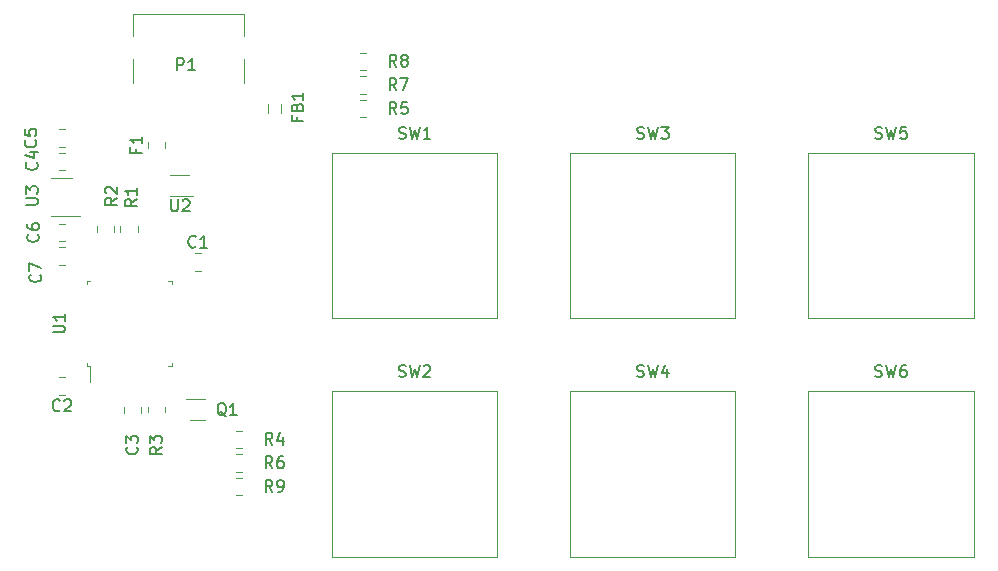
<source format=gbr>
%TF.GenerationSoftware,KiCad,Pcbnew,5.1.10*%
%TF.CreationDate,2021-10-11T19:57:22-04:00*%
%TF.ProjectId,6_key_macro,365f6b65-795f-46d6-9163-726f2e6b6963,rev?*%
%TF.SameCoordinates,Original*%
%TF.FileFunction,Legend,Top*%
%TF.FilePolarity,Positive*%
%FSLAX46Y46*%
G04 Gerber Fmt 4.6, Leading zero omitted, Abs format (unit mm)*
G04 Created by KiCad (PCBNEW 5.1.10) date 2021-10-11 19:57:22*
%MOMM*%
%LPD*%
G01*
G04 APERTURE LIST*
%ADD10C,0.120000*%
%ADD11C,0.150000*%
G04 APERTURE END LIST*
D10*
%TO.C,SW4*%
X102535000Y-145445000D02*
X102535000Y-159445000D01*
X102535000Y-145445000D02*
X116535000Y-145445000D01*
X116535000Y-145445000D02*
X116535000Y-159445000D01*
X116535000Y-159445000D02*
X102535000Y-159445000D01*
%TO.C,U3*%
X58600000Y-130610000D02*
X61050000Y-130610000D01*
X60400000Y-127390000D02*
X58600000Y-127390000D01*
%TO.C,R9*%
X74727064Y-152765000D02*
X74272936Y-152765000D01*
X74727064Y-154235000D02*
X74272936Y-154235000D01*
%TO.C,R8*%
X85227064Y-116765000D02*
X84772936Y-116765000D01*
X85227064Y-118235000D02*
X84772936Y-118235000D01*
%TO.C,R7*%
X85227064Y-118765000D02*
X84772936Y-118765000D01*
X85227064Y-120235000D02*
X84772936Y-120235000D01*
%TO.C,R6*%
X74727064Y-150765000D02*
X74272936Y-150765000D01*
X74727064Y-152235000D02*
X74272936Y-152235000D01*
%TO.C,R5*%
X85227064Y-120765000D02*
X84772936Y-120765000D01*
X85227064Y-122235000D02*
X84772936Y-122235000D01*
%TO.C,R4*%
X74727064Y-148765000D02*
X74272936Y-148765000D01*
X74727064Y-150235000D02*
X74272936Y-150235000D01*
%TO.C,R3*%
X68235000Y-147227064D02*
X68235000Y-146772936D01*
X66765000Y-147227064D02*
X66765000Y-146772936D01*
%TO.C,Q1*%
X70000000Y-146100000D02*
X71650000Y-146100000D01*
X71650000Y-147900000D02*
X70350000Y-147900000D01*
%TO.C,C7*%
X59238748Y-134735000D02*
X59761252Y-134735000D01*
X59238748Y-133265000D02*
X59761252Y-133265000D01*
%TO.C,C6*%
X59238748Y-132735000D02*
X59761252Y-132735000D01*
X59238748Y-131265000D02*
X59761252Y-131265000D01*
%TO.C,C5*%
X59761252Y-123265000D02*
X59238748Y-123265000D01*
X59761252Y-124735000D02*
X59238748Y-124735000D01*
%TO.C,C4*%
X59761252Y-125265000D02*
X59238748Y-125265000D01*
X59761252Y-126735000D02*
X59238748Y-126735000D01*
%TO.C,SW3*%
X102535000Y-125275000D02*
X102535000Y-139275000D01*
X102535000Y-125275000D02*
X116535000Y-125275000D01*
X116535000Y-125275000D02*
X116535000Y-139275000D01*
X116535000Y-139275000D02*
X102535000Y-139275000D01*
%TO.C,SW5*%
X122705000Y-125275000D02*
X122705000Y-139275000D01*
X122705000Y-125275000D02*
X136705000Y-125275000D01*
X136705000Y-125275000D02*
X136705000Y-139275000D01*
X136705000Y-139275000D02*
X122705000Y-139275000D01*
%TO.C,SW6*%
X122705000Y-145445000D02*
X122705000Y-159445000D01*
X122705000Y-145445000D02*
X136705000Y-145445000D01*
X136705000Y-145445000D02*
X136705000Y-159445000D01*
X136705000Y-159445000D02*
X122705000Y-159445000D01*
%TO.C,SW2*%
X82365000Y-145445000D02*
X82365000Y-159445000D01*
X82365000Y-145445000D02*
X96365000Y-145445000D01*
X96365000Y-145445000D02*
X96365000Y-159445000D01*
X96365000Y-159445000D02*
X82365000Y-159445000D01*
%TO.C,SW1*%
X82365000Y-125275000D02*
X82365000Y-139275000D01*
X82365000Y-125275000D02*
X96365000Y-125275000D01*
X96365000Y-125275000D02*
X96365000Y-139275000D01*
X96365000Y-139275000D02*
X82365000Y-139275000D01*
%TO.C,U1*%
X61890000Y-143310000D02*
X61890000Y-144625000D01*
X61590000Y-143310000D02*
X61890000Y-143310000D01*
X61590000Y-143010000D02*
X61590000Y-143310000D01*
X61590000Y-136090000D02*
X61890000Y-136090000D01*
X61590000Y-136390000D02*
X61590000Y-136090000D01*
X68810000Y-143310000D02*
X68510000Y-143310000D01*
X68810000Y-143010000D02*
X68810000Y-143310000D01*
X68810000Y-136090000D02*
X68510000Y-136090000D01*
X68810000Y-136390000D02*
X68810000Y-136090000D01*
%TO.C,R1*%
X64465000Y-131472936D02*
X64465000Y-131927064D01*
X65935000Y-131472936D02*
X65935000Y-131927064D01*
%TO.C,R2*%
X62465000Y-131472936D02*
X62465000Y-131927064D01*
X63935000Y-131472936D02*
X63935000Y-131927064D01*
%TO.C,C3*%
X64765000Y-146738748D02*
X64765000Y-147261252D01*
X66235000Y-146738748D02*
X66235000Y-147261252D01*
%TO.C,C2*%
X59761252Y-144265000D02*
X59238748Y-144265000D01*
X59761252Y-145735000D02*
X59238748Y-145735000D01*
%TO.C,C1*%
X70738748Y-135235000D02*
X71261252Y-135235000D01*
X70738748Y-133765000D02*
X71261252Y-133765000D01*
%TO.C,U2*%
X70300000Y-127100000D02*
X68700000Y-127100000D01*
X68700000Y-128900000D02*
X70600000Y-128900000D01*
%TO.C,FB1*%
X78060000Y-121910242D02*
X78060000Y-121089758D01*
X76940000Y-121910242D02*
X76940000Y-121089758D01*
%TO.C,F1*%
X68210000Y-124861252D02*
X68210000Y-124338748D01*
X66790000Y-124861252D02*
X66790000Y-124338748D01*
%TO.C,P1*%
X74900000Y-113500000D02*
X65500000Y-113500000D01*
X65500000Y-119300000D02*
X65500000Y-117300000D01*
X65500000Y-115400000D02*
X65500000Y-113500000D01*
X74900000Y-119300000D02*
X74900000Y-117300000D01*
X74900000Y-115400000D02*
X74900000Y-113500000D01*
%TO.C,SW4*%
D11*
X108201666Y-144187261D02*
X108344523Y-144234880D01*
X108582619Y-144234880D01*
X108677857Y-144187261D01*
X108725476Y-144139642D01*
X108773095Y-144044404D01*
X108773095Y-143949166D01*
X108725476Y-143853928D01*
X108677857Y-143806309D01*
X108582619Y-143758690D01*
X108392142Y-143711071D01*
X108296904Y-143663452D01*
X108249285Y-143615833D01*
X108201666Y-143520595D01*
X108201666Y-143425357D01*
X108249285Y-143330119D01*
X108296904Y-143282500D01*
X108392142Y-143234880D01*
X108630238Y-143234880D01*
X108773095Y-143282500D01*
X109106428Y-143234880D02*
X109344523Y-144234880D01*
X109535000Y-143520595D01*
X109725476Y-144234880D01*
X109963571Y-143234880D01*
X110773095Y-143568214D02*
X110773095Y-144234880D01*
X110535000Y-143187261D02*
X110296904Y-143901547D01*
X110915952Y-143901547D01*
%TO.C,U3*%
X56452380Y-129661904D02*
X57261904Y-129661904D01*
X57357142Y-129614285D01*
X57404761Y-129566666D01*
X57452380Y-129471428D01*
X57452380Y-129280952D01*
X57404761Y-129185714D01*
X57357142Y-129138095D01*
X57261904Y-129090476D01*
X56452380Y-129090476D01*
X56452380Y-128709523D02*
X56452380Y-128090476D01*
X56833333Y-128423809D01*
X56833333Y-128280952D01*
X56880952Y-128185714D01*
X56928571Y-128138095D01*
X57023809Y-128090476D01*
X57261904Y-128090476D01*
X57357142Y-128138095D01*
X57404761Y-128185714D01*
X57452380Y-128280952D01*
X57452380Y-128566666D01*
X57404761Y-128661904D01*
X57357142Y-128709523D01*
%TO.C,R9*%
X77333333Y-153952380D02*
X77000000Y-153476190D01*
X76761904Y-153952380D02*
X76761904Y-152952380D01*
X77142857Y-152952380D01*
X77238095Y-153000000D01*
X77285714Y-153047619D01*
X77333333Y-153142857D01*
X77333333Y-153285714D01*
X77285714Y-153380952D01*
X77238095Y-153428571D01*
X77142857Y-153476190D01*
X76761904Y-153476190D01*
X77809523Y-153952380D02*
X78000000Y-153952380D01*
X78095238Y-153904761D01*
X78142857Y-153857142D01*
X78238095Y-153714285D01*
X78285714Y-153523809D01*
X78285714Y-153142857D01*
X78238095Y-153047619D01*
X78190476Y-153000000D01*
X78095238Y-152952380D01*
X77904761Y-152952380D01*
X77809523Y-153000000D01*
X77761904Y-153047619D01*
X77714285Y-153142857D01*
X77714285Y-153380952D01*
X77761904Y-153476190D01*
X77809523Y-153523809D01*
X77904761Y-153571428D01*
X78095238Y-153571428D01*
X78190476Y-153523809D01*
X78238095Y-153476190D01*
X78285714Y-153380952D01*
%TO.C,R8*%
X87833333Y-117952380D02*
X87500000Y-117476190D01*
X87261904Y-117952380D02*
X87261904Y-116952380D01*
X87642857Y-116952380D01*
X87738095Y-117000000D01*
X87785714Y-117047619D01*
X87833333Y-117142857D01*
X87833333Y-117285714D01*
X87785714Y-117380952D01*
X87738095Y-117428571D01*
X87642857Y-117476190D01*
X87261904Y-117476190D01*
X88404761Y-117380952D02*
X88309523Y-117333333D01*
X88261904Y-117285714D01*
X88214285Y-117190476D01*
X88214285Y-117142857D01*
X88261904Y-117047619D01*
X88309523Y-117000000D01*
X88404761Y-116952380D01*
X88595238Y-116952380D01*
X88690476Y-117000000D01*
X88738095Y-117047619D01*
X88785714Y-117142857D01*
X88785714Y-117190476D01*
X88738095Y-117285714D01*
X88690476Y-117333333D01*
X88595238Y-117380952D01*
X88404761Y-117380952D01*
X88309523Y-117428571D01*
X88261904Y-117476190D01*
X88214285Y-117571428D01*
X88214285Y-117761904D01*
X88261904Y-117857142D01*
X88309523Y-117904761D01*
X88404761Y-117952380D01*
X88595238Y-117952380D01*
X88690476Y-117904761D01*
X88738095Y-117857142D01*
X88785714Y-117761904D01*
X88785714Y-117571428D01*
X88738095Y-117476190D01*
X88690476Y-117428571D01*
X88595238Y-117380952D01*
%TO.C,R7*%
X87833333Y-119952380D02*
X87500000Y-119476190D01*
X87261904Y-119952380D02*
X87261904Y-118952380D01*
X87642857Y-118952380D01*
X87738095Y-119000000D01*
X87785714Y-119047619D01*
X87833333Y-119142857D01*
X87833333Y-119285714D01*
X87785714Y-119380952D01*
X87738095Y-119428571D01*
X87642857Y-119476190D01*
X87261904Y-119476190D01*
X88166666Y-118952380D02*
X88833333Y-118952380D01*
X88404761Y-119952380D01*
%TO.C,R6*%
X77333333Y-151952380D02*
X77000000Y-151476190D01*
X76761904Y-151952380D02*
X76761904Y-150952380D01*
X77142857Y-150952380D01*
X77238095Y-151000000D01*
X77285714Y-151047619D01*
X77333333Y-151142857D01*
X77333333Y-151285714D01*
X77285714Y-151380952D01*
X77238095Y-151428571D01*
X77142857Y-151476190D01*
X76761904Y-151476190D01*
X78190476Y-150952380D02*
X78000000Y-150952380D01*
X77904761Y-151000000D01*
X77857142Y-151047619D01*
X77761904Y-151190476D01*
X77714285Y-151380952D01*
X77714285Y-151761904D01*
X77761904Y-151857142D01*
X77809523Y-151904761D01*
X77904761Y-151952380D01*
X78095238Y-151952380D01*
X78190476Y-151904761D01*
X78238095Y-151857142D01*
X78285714Y-151761904D01*
X78285714Y-151523809D01*
X78238095Y-151428571D01*
X78190476Y-151380952D01*
X78095238Y-151333333D01*
X77904761Y-151333333D01*
X77809523Y-151380952D01*
X77761904Y-151428571D01*
X77714285Y-151523809D01*
%TO.C,R5*%
X87833333Y-121952380D02*
X87500000Y-121476190D01*
X87261904Y-121952380D02*
X87261904Y-120952380D01*
X87642857Y-120952380D01*
X87738095Y-121000000D01*
X87785714Y-121047619D01*
X87833333Y-121142857D01*
X87833333Y-121285714D01*
X87785714Y-121380952D01*
X87738095Y-121428571D01*
X87642857Y-121476190D01*
X87261904Y-121476190D01*
X88738095Y-120952380D02*
X88261904Y-120952380D01*
X88214285Y-121428571D01*
X88261904Y-121380952D01*
X88357142Y-121333333D01*
X88595238Y-121333333D01*
X88690476Y-121380952D01*
X88738095Y-121428571D01*
X88785714Y-121523809D01*
X88785714Y-121761904D01*
X88738095Y-121857142D01*
X88690476Y-121904761D01*
X88595238Y-121952380D01*
X88357142Y-121952380D01*
X88261904Y-121904761D01*
X88214285Y-121857142D01*
%TO.C,R4*%
X77333333Y-149952380D02*
X77000000Y-149476190D01*
X76761904Y-149952380D02*
X76761904Y-148952380D01*
X77142857Y-148952380D01*
X77238095Y-149000000D01*
X77285714Y-149047619D01*
X77333333Y-149142857D01*
X77333333Y-149285714D01*
X77285714Y-149380952D01*
X77238095Y-149428571D01*
X77142857Y-149476190D01*
X76761904Y-149476190D01*
X78190476Y-149285714D02*
X78190476Y-149952380D01*
X77952380Y-148904761D02*
X77714285Y-149619047D01*
X78333333Y-149619047D01*
%TO.C,R3*%
X67952380Y-150166666D02*
X67476190Y-150500000D01*
X67952380Y-150738095D02*
X66952380Y-150738095D01*
X66952380Y-150357142D01*
X67000000Y-150261904D01*
X67047619Y-150214285D01*
X67142857Y-150166666D01*
X67285714Y-150166666D01*
X67380952Y-150214285D01*
X67428571Y-150261904D01*
X67476190Y-150357142D01*
X67476190Y-150738095D01*
X66952380Y-149833333D02*
X66952380Y-149214285D01*
X67333333Y-149547619D01*
X67333333Y-149404761D01*
X67380952Y-149309523D01*
X67428571Y-149261904D01*
X67523809Y-149214285D01*
X67761904Y-149214285D01*
X67857142Y-149261904D01*
X67904761Y-149309523D01*
X67952380Y-149404761D01*
X67952380Y-149690476D01*
X67904761Y-149785714D01*
X67857142Y-149833333D01*
%TO.C,Q1*%
X73404761Y-147547619D02*
X73309523Y-147500000D01*
X73214285Y-147404761D01*
X73071428Y-147261904D01*
X72976190Y-147214285D01*
X72880952Y-147214285D01*
X72928571Y-147452380D02*
X72833333Y-147404761D01*
X72738095Y-147309523D01*
X72690476Y-147119047D01*
X72690476Y-146785714D01*
X72738095Y-146595238D01*
X72833333Y-146500000D01*
X72928571Y-146452380D01*
X73119047Y-146452380D01*
X73214285Y-146500000D01*
X73309523Y-146595238D01*
X73357142Y-146785714D01*
X73357142Y-147119047D01*
X73309523Y-147309523D01*
X73214285Y-147404761D01*
X73119047Y-147452380D01*
X72928571Y-147452380D01*
X74309523Y-147452380D02*
X73738095Y-147452380D01*
X74023809Y-147452380D02*
X74023809Y-146452380D01*
X73928571Y-146595238D01*
X73833333Y-146690476D01*
X73738095Y-146738095D01*
%TO.C,C7*%
X57657142Y-135566666D02*
X57704761Y-135614285D01*
X57752380Y-135757142D01*
X57752380Y-135852380D01*
X57704761Y-135995238D01*
X57609523Y-136090476D01*
X57514285Y-136138095D01*
X57323809Y-136185714D01*
X57180952Y-136185714D01*
X56990476Y-136138095D01*
X56895238Y-136090476D01*
X56800000Y-135995238D01*
X56752380Y-135852380D01*
X56752380Y-135757142D01*
X56800000Y-135614285D01*
X56847619Y-135566666D01*
X56752380Y-135233333D02*
X56752380Y-134566666D01*
X57752380Y-134995238D01*
%TO.C,C6*%
X57457142Y-132166666D02*
X57504761Y-132214285D01*
X57552380Y-132357142D01*
X57552380Y-132452380D01*
X57504761Y-132595238D01*
X57409523Y-132690476D01*
X57314285Y-132738095D01*
X57123809Y-132785714D01*
X56980952Y-132785714D01*
X56790476Y-132738095D01*
X56695238Y-132690476D01*
X56600000Y-132595238D01*
X56552380Y-132452380D01*
X56552380Y-132357142D01*
X56600000Y-132214285D01*
X56647619Y-132166666D01*
X56552380Y-131309523D02*
X56552380Y-131500000D01*
X56600000Y-131595238D01*
X56647619Y-131642857D01*
X56790476Y-131738095D01*
X56980952Y-131785714D01*
X57361904Y-131785714D01*
X57457142Y-131738095D01*
X57504761Y-131690476D01*
X57552380Y-131595238D01*
X57552380Y-131404761D01*
X57504761Y-131309523D01*
X57457142Y-131261904D01*
X57361904Y-131214285D01*
X57123809Y-131214285D01*
X57028571Y-131261904D01*
X56980952Y-131309523D01*
X56933333Y-131404761D01*
X56933333Y-131595238D01*
X56980952Y-131690476D01*
X57028571Y-131738095D01*
X57123809Y-131785714D01*
%TO.C,C5*%
X57257142Y-124166666D02*
X57304761Y-124214285D01*
X57352380Y-124357142D01*
X57352380Y-124452380D01*
X57304761Y-124595238D01*
X57209523Y-124690476D01*
X57114285Y-124738095D01*
X56923809Y-124785714D01*
X56780952Y-124785714D01*
X56590476Y-124738095D01*
X56495238Y-124690476D01*
X56400000Y-124595238D01*
X56352380Y-124452380D01*
X56352380Y-124357142D01*
X56400000Y-124214285D01*
X56447619Y-124166666D01*
X56352380Y-123261904D02*
X56352380Y-123738095D01*
X56828571Y-123785714D01*
X56780952Y-123738095D01*
X56733333Y-123642857D01*
X56733333Y-123404761D01*
X56780952Y-123309523D01*
X56828571Y-123261904D01*
X56923809Y-123214285D01*
X57161904Y-123214285D01*
X57257142Y-123261904D01*
X57304761Y-123309523D01*
X57352380Y-123404761D01*
X57352380Y-123642857D01*
X57304761Y-123738095D01*
X57257142Y-123785714D01*
%TO.C,C4*%
X57357142Y-126066666D02*
X57404761Y-126114285D01*
X57452380Y-126257142D01*
X57452380Y-126352380D01*
X57404761Y-126495238D01*
X57309523Y-126590476D01*
X57214285Y-126638095D01*
X57023809Y-126685714D01*
X56880952Y-126685714D01*
X56690476Y-126638095D01*
X56595238Y-126590476D01*
X56500000Y-126495238D01*
X56452380Y-126352380D01*
X56452380Y-126257142D01*
X56500000Y-126114285D01*
X56547619Y-126066666D01*
X56785714Y-125209523D02*
X57452380Y-125209523D01*
X56404761Y-125447619D02*
X57119047Y-125685714D01*
X57119047Y-125066666D01*
%TO.C,SW3*%
X108201666Y-124017261D02*
X108344523Y-124064880D01*
X108582619Y-124064880D01*
X108677857Y-124017261D01*
X108725476Y-123969642D01*
X108773095Y-123874404D01*
X108773095Y-123779166D01*
X108725476Y-123683928D01*
X108677857Y-123636309D01*
X108582619Y-123588690D01*
X108392142Y-123541071D01*
X108296904Y-123493452D01*
X108249285Y-123445833D01*
X108201666Y-123350595D01*
X108201666Y-123255357D01*
X108249285Y-123160119D01*
X108296904Y-123112500D01*
X108392142Y-123064880D01*
X108630238Y-123064880D01*
X108773095Y-123112500D01*
X109106428Y-123064880D02*
X109344523Y-124064880D01*
X109535000Y-123350595D01*
X109725476Y-124064880D01*
X109963571Y-123064880D01*
X110249285Y-123064880D02*
X110868333Y-123064880D01*
X110535000Y-123445833D01*
X110677857Y-123445833D01*
X110773095Y-123493452D01*
X110820714Y-123541071D01*
X110868333Y-123636309D01*
X110868333Y-123874404D01*
X110820714Y-123969642D01*
X110773095Y-124017261D01*
X110677857Y-124064880D01*
X110392142Y-124064880D01*
X110296904Y-124017261D01*
X110249285Y-123969642D01*
%TO.C,SW5*%
X128371666Y-124017261D02*
X128514523Y-124064880D01*
X128752619Y-124064880D01*
X128847857Y-124017261D01*
X128895476Y-123969642D01*
X128943095Y-123874404D01*
X128943095Y-123779166D01*
X128895476Y-123683928D01*
X128847857Y-123636309D01*
X128752619Y-123588690D01*
X128562142Y-123541071D01*
X128466904Y-123493452D01*
X128419285Y-123445833D01*
X128371666Y-123350595D01*
X128371666Y-123255357D01*
X128419285Y-123160119D01*
X128466904Y-123112500D01*
X128562142Y-123064880D01*
X128800238Y-123064880D01*
X128943095Y-123112500D01*
X129276428Y-123064880D02*
X129514523Y-124064880D01*
X129705000Y-123350595D01*
X129895476Y-124064880D01*
X130133571Y-123064880D01*
X130990714Y-123064880D02*
X130514523Y-123064880D01*
X130466904Y-123541071D01*
X130514523Y-123493452D01*
X130609761Y-123445833D01*
X130847857Y-123445833D01*
X130943095Y-123493452D01*
X130990714Y-123541071D01*
X131038333Y-123636309D01*
X131038333Y-123874404D01*
X130990714Y-123969642D01*
X130943095Y-124017261D01*
X130847857Y-124064880D01*
X130609761Y-124064880D01*
X130514523Y-124017261D01*
X130466904Y-123969642D01*
%TO.C,SW6*%
X128371666Y-144187261D02*
X128514523Y-144234880D01*
X128752619Y-144234880D01*
X128847857Y-144187261D01*
X128895476Y-144139642D01*
X128943095Y-144044404D01*
X128943095Y-143949166D01*
X128895476Y-143853928D01*
X128847857Y-143806309D01*
X128752619Y-143758690D01*
X128562142Y-143711071D01*
X128466904Y-143663452D01*
X128419285Y-143615833D01*
X128371666Y-143520595D01*
X128371666Y-143425357D01*
X128419285Y-143330119D01*
X128466904Y-143282500D01*
X128562142Y-143234880D01*
X128800238Y-143234880D01*
X128943095Y-143282500D01*
X129276428Y-143234880D02*
X129514523Y-144234880D01*
X129705000Y-143520595D01*
X129895476Y-144234880D01*
X130133571Y-143234880D01*
X130943095Y-143234880D02*
X130752619Y-143234880D01*
X130657380Y-143282500D01*
X130609761Y-143330119D01*
X130514523Y-143472976D01*
X130466904Y-143663452D01*
X130466904Y-144044404D01*
X130514523Y-144139642D01*
X130562142Y-144187261D01*
X130657380Y-144234880D01*
X130847857Y-144234880D01*
X130943095Y-144187261D01*
X130990714Y-144139642D01*
X131038333Y-144044404D01*
X131038333Y-143806309D01*
X130990714Y-143711071D01*
X130943095Y-143663452D01*
X130847857Y-143615833D01*
X130657380Y-143615833D01*
X130562142Y-143663452D01*
X130514523Y-143711071D01*
X130466904Y-143806309D01*
%TO.C,SW2*%
X88031666Y-144187261D02*
X88174523Y-144234880D01*
X88412619Y-144234880D01*
X88507857Y-144187261D01*
X88555476Y-144139642D01*
X88603095Y-144044404D01*
X88603095Y-143949166D01*
X88555476Y-143853928D01*
X88507857Y-143806309D01*
X88412619Y-143758690D01*
X88222142Y-143711071D01*
X88126904Y-143663452D01*
X88079285Y-143615833D01*
X88031666Y-143520595D01*
X88031666Y-143425357D01*
X88079285Y-143330119D01*
X88126904Y-143282500D01*
X88222142Y-143234880D01*
X88460238Y-143234880D01*
X88603095Y-143282500D01*
X88936428Y-143234880D02*
X89174523Y-144234880D01*
X89365000Y-143520595D01*
X89555476Y-144234880D01*
X89793571Y-143234880D01*
X90126904Y-143330119D02*
X90174523Y-143282500D01*
X90269761Y-143234880D01*
X90507857Y-143234880D01*
X90603095Y-143282500D01*
X90650714Y-143330119D01*
X90698333Y-143425357D01*
X90698333Y-143520595D01*
X90650714Y-143663452D01*
X90079285Y-144234880D01*
X90698333Y-144234880D01*
%TO.C,SW1*%
X88031666Y-124017261D02*
X88174523Y-124064880D01*
X88412619Y-124064880D01*
X88507857Y-124017261D01*
X88555476Y-123969642D01*
X88603095Y-123874404D01*
X88603095Y-123779166D01*
X88555476Y-123683928D01*
X88507857Y-123636309D01*
X88412619Y-123588690D01*
X88222142Y-123541071D01*
X88126904Y-123493452D01*
X88079285Y-123445833D01*
X88031666Y-123350595D01*
X88031666Y-123255357D01*
X88079285Y-123160119D01*
X88126904Y-123112500D01*
X88222142Y-123064880D01*
X88460238Y-123064880D01*
X88603095Y-123112500D01*
X88936428Y-123064880D02*
X89174523Y-124064880D01*
X89365000Y-123350595D01*
X89555476Y-124064880D01*
X89793571Y-123064880D01*
X90698333Y-124064880D02*
X90126904Y-124064880D01*
X90412619Y-124064880D02*
X90412619Y-123064880D01*
X90317380Y-123207738D01*
X90222142Y-123302976D01*
X90126904Y-123350595D01*
%TO.C,U1*%
X58772380Y-140461904D02*
X59581904Y-140461904D01*
X59677142Y-140414285D01*
X59724761Y-140366666D01*
X59772380Y-140271428D01*
X59772380Y-140080952D01*
X59724761Y-139985714D01*
X59677142Y-139938095D01*
X59581904Y-139890476D01*
X58772380Y-139890476D01*
X59772380Y-138890476D02*
X59772380Y-139461904D01*
X59772380Y-139176190D02*
X58772380Y-139176190D01*
X58915238Y-139271428D01*
X59010476Y-139366666D01*
X59058095Y-139461904D01*
%TO.C,R1*%
X65852380Y-129166666D02*
X65376190Y-129500000D01*
X65852380Y-129738095D02*
X64852380Y-129738095D01*
X64852380Y-129357142D01*
X64900000Y-129261904D01*
X64947619Y-129214285D01*
X65042857Y-129166666D01*
X65185714Y-129166666D01*
X65280952Y-129214285D01*
X65328571Y-129261904D01*
X65376190Y-129357142D01*
X65376190Y-129738095D01*
X65852380Y-128214285D02*
X65852380Y-128785714D01*
X65852380Y-128500000D02*
X64852380Y-128500000D01*
X64995238Y-128595238D01*
X65090476Y-128690476D01*
X65138095Y-128785714D01*
%TO.C,R2*%
X64152380Y-129066666D02*
X63676190Y-129400000D01*
X64152380Y-129638095D02*
X63152380Y-129638095D01*
X63152380Y-129257142D01*
X63200000Y-129161904D01*
X63247619Y-129114285D01*
X63342857Y-129066666D01*
X63485714Y-129066666D01*
X63580952Y-129114285D01*
X63628571Y-129161904D01*
X63676190Y-129257142D01*
X63676190Y-129638095D01*
X63247619Y-128685714D02*
X63200000Y-128638095D01*
X63152380Y-128542857D01*
X63152380Y-128304761D01*
X63200000Y-128209523D01*
X63247619Y-128161904D01*
X63342857Y-128114285D01*
X63438095Y-128114285D01*
X63580952Y-128161904D01*
X64152380Y-128733333D01*
X64152380Y-128114285D01*
%TO.C,C3*%
X65857142Y-150166666D02*
X65904761Y-150214285D01*
X65952380Y-150357142D01*
X65952380Y-150452380D01*
X65904761Y-150595238D01*
X65809523Y-150690476D01*
X65714285Y-150738095D01*
X65523809Y-150785714D01*
X65380952Y-150785714D01*
X65190476Y-150738095D01*
X65095238Y-150690476D01*
X65000000Y-150595238D01*
X64952380Y-150452380D01*
X64952380Y-150357142D01*
X65000000Y-150214285D01*
X65047619Y-150166666D01*
X64952380Y-149833333D02*
X64952380Y-149214285D01*
X65333333Y-149547619D01*
X65333333Y-149404761D01*
X65380952Y-149309523D01*
X65428571Y-149261904D01*
X65523809Y-149214285D01*
X65761904Y-149214285D01*
X65857142Y-149261904D01*
X65904761Y-149309523D01*
X65952380Y-149404761D01*
X65952380Y-149690476D01*
X65904761Y-149785714D01*
X65857142Y-149833333D01*
%TO.C,C2*%
X59333333Y-147037142D02*
X59285714Y-147084761D01*
X59142857Y-147132380D01*
X59047619Y-147132380D01*
X58904761Y-147084761D01*
X58809523Y-146989523D01*
X58761904Y-146894285D01*
X58714285Y-146703809D01*
X58714285Y-146560952D01*
X58761904Y-146370476D01*
X58809523Y-146275238D01*
X58904761Y-146180000D01*
X59047619Y-146132380D01*
X59142857Y-146132380D01*
X59285714Y-146180000D01*
X59333333Y-146227619D01*
X59714285Y-146227619D02*
X59761904Y-146180000D01*
X59857142Y-146132380D01*
X60095238Y-146132380D01*
X60190476Y-146180000D01*
X60238095Y-146227619D01*
X60285714Y-146322857D01*
X60285714Y-146418095D01*
X60238095Y-146560952D01*
X59666666Y-147132380D01*
X60285714Y-147132380D01*
%TO.C,C1*%
X70833333Y-133177142D02*
X70785714Y-133224761D01*
X70642857Y-133272380D01*
X70547619Y-133272380D01*
X70404761Y-133224761D01*
X70309523Y-133129523D01*
X70261904Y-133034285D01*
X70214285Y-132843809D01*
X70214285Y-132700952D01*
X70261904Y-132510476D01*
X70309523Y-132415238D01*
X70404761Y-132320000D01*
X70547619Y-132272380D01*
X70642857Y-132272380D01*
X70785714Y-132320000D01*
X70833333Y-132367619D01*
X71785714Y-133272380D02*
X71214285Y-133272380D01*
X71500000Y-133272380D02*
X71500000Y-132272380D01*
X71404761Y-132415238D01*
X71309523Y-132510476D01*
X71214285Y-132558095D01*
%TO.C,U2*%
X68738095Y-129202380D02*
X68738095Y-130011904D01*
X68785714Y-130107142D01*
X68833333Y-130154761D01*
X68928571Y-130202380D01*
X69119047Y-130202380D01*
X69214285Y-130154761D01*
X69261904Y-130107142D01*
X69309523Y-130011904D01*
X69309523Y-129202380D01*
X69738095Y-129297619D02*
X69785714Y-129250000D01*
X69880952Y-129202380D01*
X70119047Y-129202380D01*
X70214285Y-129250000D01*
X70261904Y-129297619D01*
X70309523Y-129392857D01*
X70309523Y-129488095D01*
X70261904Y-129630952D01*
X69690476Y-130202380D01*
X70309523Y-130202380D01*
%TO.C,FB1*%
X79428571Y-122233333D02*
X79428571Y-122566666D01*
X79952380Y-122566666D02*
X78952380Y-122566666D01*
X78952380Y-122090476D01*
X79428571Y-121376190D02*
X79476190Y-121233333D01*
X79523809Y-121185714D01*
X79619047Y-121138095D01*
X79761904Y-121138095D01*
X79857142Y-121185714D01*
X79904761Y-121233333D01*
X79952380Y-121328571D01*
X79952380Y-121709523D01*
X78952380Y-121709523D01*
X78952380Y-121376190D01*
X79000000Y-121280952D01*
X79047619Y-121233333D01*
X79142857Y-121185714D01*
X79238095Y-121185714D01*
X79333333Y-121233333D01*
X79380952Y-121280952D01*
X79428571Y-121376190D01*
X79428571Y-121709523D01*
X79952380Y-120185714D02*
X79952380Y-120757142D01*
X79952380Y-120471428D02*
X78952380Y-120471428D01*
X79095238Y-120566666D01*
X79190476Y-120661904D01*
X79238095Y-120757142D01*
%TO.C,F1*%
X65778571Y-124933333D02*
X65778571Y-125266666D01*
X66302380Y-125266666D02*
X65302380Y-125266666D01*
X65302380Y-124790476D01*
X66302380Y-123885714D02*
X66302380Y-124457142D01*
X66302380Y-124171428D02*
X65302380Y-124171428D01*
X65445238Y-124266666D01*
X65540476Y-124361904D01*
X65588095Y-124457142D01*
%TO.C,P1*%
X69261904Y-118252380D02*
X69261904Y-117252380D01*
X69642857Y-117252380D01*
X69738095Y-117300000D01*
X69785714Y-117347619D01*
X69833333Y-117442857D01*
X69833333Y-117585714D01*
X69785714Y-117680952D01*
X69738095Y-117728571D01*
X69642857Y-117776190D01*
X69261904Y-117776190D01*
X70785714Y-118252380D02*
X70214285Y-118252380D01*
X70500000Y-118252380D02*
X70500000Y-117252380D01*
X70404761Y-117395238D01*
X70309523Y-117490476D01*
X70214285Y-117538095D01*
%TD*%
M02*

</source>
